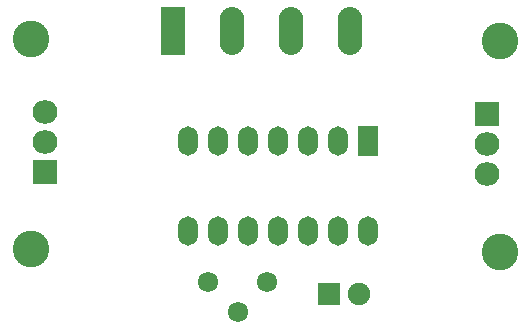
<source format=gbr>
%TF.GenerationSoftware,KiCad,Pcbnew,(5.1.6)-1*%
%TF.CreationDate,2021-10-24T20:30:52+03:00*%
%TF.ProjectId,INTERVER_OSCILLATER,494e5445-5256-4455-925f-4f5343494c4c,0*%
%TF.SameCoordinates,Original*%
%TF.FileFunction,Soldermask,Bot*%
%TF.FilePolarity,Negative*%
%FSLAX46Y46*%
G04 Gerber Fmt 4.6, Leading zero omitted, Abs format (unit mm)*
G04 Created by KiCad (PCBNEW (5.1.6)-1) date 2021-10-24 20:30:52*
%MOMM*%
%LPD*%
G01*
G04 APERTURE LIST*
%ADD10C,3.100000*%
%ADD11R,2.080000X4.060000*%
%ADD12O,2.080000X4.060000*%
%ADD13R,1.700000X2.500000*%
%ADD14O,1.700000X2.500000*%
%ADD15R,1.900000X1.900000*%
%ADD16C,1.900000*%
%ADD17O,2.100000X2.005000*%
%ADD18R,2.100000X2.005000*%
%ADD19C,1.720000*%
G04 APERTURE END LIST*
D10*
%TO.C,HS1*%
X175750000Y-105650000D03*
X175750000Y-87850000D03*
%TD*%
%TO.C,HS2*%
X136000000Y-105400000D03*
X136000000Y-87600000D03*
%TD*%
D11*
%TO.C,J1*%
X148000000Y-87000000D03*
D12*
X153000000Y-87000000D03*
X163000000Y-87000000D03*
X158000000Y-87000000D03*
%TD*%
D13*
%TO.C,U1*%
X164500000Y-96250000D03*
D14*
X149260000Y-103870000D03*
X161960000Y-96250000D03*
X151800000Y-103870000D03*
X159420000Y-96250000D03*
X154340000Y-103870000D03*
X156880000Y-96250000D03*
X156880000Y-103870000D03*
X154340000Y-96250000D03*
X159420000Y-103870000D03*
X151800000Y-96250000D03*
X161960000Y-103870000D03*
X149260000Y-96250000D03*
X164500000Y-103870000D03*
%TD*%
D15*
%TO.C,D1*%
X161250000Y-109250000D03*
D16*
X163790000Y-109250000D03*
%TD*%
D17*
%TO.C,Q1*%
X174600000Y-99040000D03*
X174600000Y-96500000D03*
D18*
X174600000Y-93960000D03*
%TD*%
%TO.C,Q2*%
X137200000Y-98900000D03*
D17*
X137200000Y-96360000D03*
X137200000Y-93820000D03*
%TD*%
D19*
%TO.C,RV1*%
X151000000Y-108250000D03*
X153500000Y-110750000D03*
X156000000Y-108250000D03*
%TD*%
M02*

</source>
